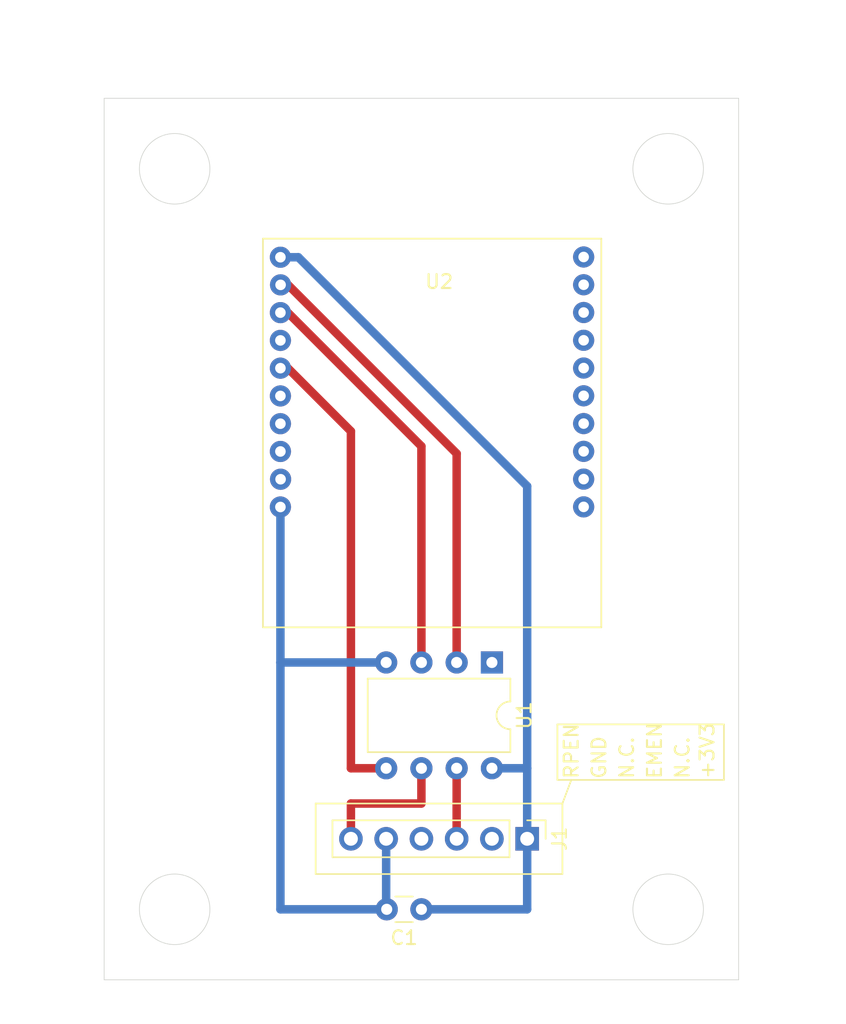
<source format=kicad_pcb>
(kicad_pcb (version 20171130) (host pcbnew "(5.1.10)-1")

  (general
    (thickness 1.6)
    (drawings 27)
    (tracks 23)
    (zones 0)
    (modules 4)
    (nets 15)
  )

  (page A4)
  (layers
    (0 F.Cu signal)
    (31 B.Cu signal)
    (32 B.Adhes user)
    (33 F.Adhes user)
    (34 B.Paste user)
    (35 F.Paste user)
    (36 B.SilkS user)
    (37 F.SilkS user)
    (38 B.Mask user)
    (39 F.Mask user)
    (40 Dwgs.User user)
    (41 Cmts.User user)
    (42 Eco1.User user)
    (43 Eco2.User user)
    (44 Edge.Cuts user)
    (45 Margin user)
    (46 B.CrtYd user)
    (47 F.CrtYd user)
    (48 B.Fab user)
    (49 F.Fab user)
  )

  (setup
    (last_trace_width 0.6096)
    (user_trace_width 0.6096)
    (trace_clearance 0.2)
    (zone_clearance 0.508)
    (zone_45_only no)
    (trace_min 0.2)
    (via_size 0.8)
    (via_drill 0.4)
    (via_min_size 0.4)
    (via_min_drill 0.3)
    (uvia_size 0.3)
    (uvia_drill 0.1)
    (uvias_allowed no)
    (uvia_min_size 0.2)
    (uvia_min_drill 0.1)
    (edge_width 0.05)
    (segment_width 0.2)
    (pcb_text_width 0.3)
    (pcb_text_size 1.5 1.5)
    (mod_edge_width 0.12)
    (mod_text_size 1 1)
    (mod_text_width 0.15)
    (pad_size 1.524 1.524)
    (pad_drill 0.762)
    (pad_to_mask_clearance 0)
    (aux_axis_origin 0 0)
    (visible_elements 7FFFFFFF)
    (pcbplotparams
      (layerselection 0x010fc_ffffffff)
      (usegerberextensions false)
      (usegerberattributes true)
      (usegerberadvancedattributes true)
      (creategerberjobfile true)
      (excludeedgelayer true)
      (linewidth 0.100000)
      (plotframeref false)
      (viasonmask false)
      (mode 1)
      (useauxorigin false)
      (hpglpennumber 1)
      (hpglpenspeed 20)
      (hpglpendiameter 15.000000)
      (psnegative false)
      (psa4output false)
      (plotreference true)
      (plotvalue true)
      (plotinvisibletext false)
      (padsonsilk false)
      (subtractmaskfromsilk false)
      (outputformat 1)
      (mirror false)
      (drillshape 1)
      (scaleselection 1)
      (outputdirectory ""))
  )

  (net 0 "")
  (net 1 GND)
  (net 2 /EM_ENABLE)
  (net 3 +3V3)
  (net 4 /TX)
  (net 5 /RX)
  (net 6 /RESET)
  (net 7 /RP_ENABLE)
  (net 8 "Net-(J1-Pad4)")
  (net 9 "Net-(J1-Pad2)")
  (net 10 "Net-(U1-Pad1)")
  (net 11 "Net-(U2-Pad9)")
  (net 12 "Net-(U2-Pad12)")
  (net 13 "Net-(U2-Pad13)")
  (net 14 "Net-(U2-Pad16)")

  (net_class Default "これはデフォルトのネット クラスです。"
    (clearance 0.2)
    (trace_width 0.25)
    (via_dia 0.8)
    (via_drill 0.4)
    (uvia_dia 0.3)
    (uvia_drill 0.1)
    (add_net +3V3)
    (add_net /EM_ENABLE)
    (add_net /RESET)
    (add_net /RP_ENABLE)
    (add_net /RX)
    (add_net /TX)
    (add_net GND)
    (add_net "Net-(J1-Pad2)")
    (add_net "Net-(J1-Pad4)")
    (add_net "Net-(U1-Pad1)")
    (add_net "Net-(U2-Pad12)")
    (add_net "Net-(U2-Pad13)")
    (add_net "Net-(U2-Pad16)")
    (add_net "Net-(U2-Pad9)")
  )

  (module em920_lib:TY92SS (layer F.Cu) (tedit 60FF40D4) (tstamp 6123FABD)
    (at 64.794502 127)
    (path /6123A86E)
    (fp_text reference U2 (at 12.688327 -24.888823) (layer F.SilkS)
      (effects (font (size 1 1) (thickness 0.15)))
    )
    (fp_text value TY92SS (at 12.688327 -26.658823) (layer F.Fab)
      (effects (font (size 1 1) (thickness 0.15)))
    )
    (fp_line (start -0.011673 -27.988823) (end 24.368327 -27.988823) (layer F.SilkS) (width 0.12))
    (fp_line (start -0.011673 0.011177) (end 24.368327 0.011177) (layer F.SilkS) (width 0.12))
    (fp_line (start 24.368327 0.011177) (end 24.368327 -27.988823) (layer F.SilkS) (width 0.12))
    (fp_line (start -0.011673 -27.988823) (end -0.011673 0.011177) (layer F.SilkS) (width 0.12))
    (fp_line (start 2.15 -0.4) (end 22.15 -0.4) (layer Dwgs.User) (width 0.12))
    (fp_line (start 22.15 -0.4) (end 22.15 -39.9) (layer Dwgs.User) (width 0.12))
    (fp_line (start 22.15 -39.9) (end 2.15 -39.9) (layer Dwgs.User) (width 0.12))
    (fp_line (start 2.15 -39.9) (end 2.15 -0.4) (layer Dwgs.User) (width 0.12))
    (fp_line (start 9 -4.9) (end 9 -1.6) (layer Dwgs.User) (width 0.12))
    (fp_line (start 9 -1.6) (end 15.3 -1.6) (layer Dwgs.User) (width 0.12))
    (fp_line (start 15.3 -1.6) (end 15.3 -4.9) (layer Dwgs.User) (width 0.12))
    (fp_line (start 15.3 -4.9) (end 9 -4.9) (layer Dwgs.User) (width 0.12))
    (fp_line (start 12.15 -1.75) (end 12.15 -4.75) (layer Dwgs.User) (width 0.12))
    (fp_line (start 9.15 -3.25) (end 15.15 -3.25) (layer Dwgs.User) (width 0.12))
    (pad 1 thru_hole circle (at 1.245498 -26.649212) (size 1.524 1.524) (drill 0.762) (layers *.Cu *.Mask)
      (net 3 +3V3))
    (pad 2 thru_hole circle (at 1.258327 -24.658823) (size 1.524 1.524) (drill 0.762) (layers *.Cu *.Mask)
      (net 5 /RX))
    (pad 3 thru_hole circle (at 1.245498 -22.658823) (size 1.524 1.524) (drill 0.762) (layers *.Cu *.Mask)
      (net 4 /TX))
    (pad 4 thru_hole circle (at 1.245498 -20.658823) (size 1.524 1.524) (drill 0.762) (layers *.Cu *.Mask))
    (pad 5 thru_hole circle (at 1.245498 -18.658823) (size 1.524 1.524) (drill 0.762) (layers *.Cu *.Mask)
      (net 6 /RESET))
    (pad 6 thru_hole circle (at 1.245498 -16.658823) (size 1.524 1.524) (drill 0.762) (layers *.Cu *.Mask))
    (pad 7 thru_hole circle (at 1.245498 -14.658823) (size 1.524 1.524) (drill 0.762) (layers *.Cu *.Mask))
    (pad 8 thru_hole circle (at 1.245498 -12.658823) (size 1.524 1.524) (drill 0.762) (layers *.Cu *.Mask))
    (pad 9 thru_hole circle (at 1.258327 -10.658823) (size 1.524 1.524) (drill 0.762) (layers *.Cu *.Mask)
      (net 11 "Net-(U2-Pad9)"))
    (pad 10 thru_hole circle (at 1.245498 -8.658823) (size 1.524 1.524) (drill 0.762) (layers *.Cu *.Mask)
      (net 1 GND))
    (pad 11 thru_hole circle (at 23.096293 -8.667154) (size 1.524 1.524) (drill 0.762) (layers *.Cu *.Mask))
    (pad 12 thru_hole circle (at 23.096293 -10.667154) (size 1.524 1.524) (drill 0.762) (layers *.Cu *.Mask)
      (net 12 "Net-(U2-Pad12)"))
    (pad 13 thru_hole circle (at 23.096293 -12.667154) (size 1.524 1.524) (drill 0.762) (layers *.Cu *.Mask)
      (net 13 "Net-(U2-Pad13)"))
    (pad 14 thru_hole circle (at 23.096293 -14.667154) (size 1.524 1.524) (drill 0.762) (layers *.Cu *.Mask))
    (pad 15 thru_hole circle (at 23.096293 -16.667154) (size 1.524 1.524) (drill 0.762) (layers *.Cu *.Mask))
    (pad 16 thru_hole circle (at 23.096293 -18.667154) (size 1.524 1.524) (drill 0.762) (layers *.Cu *.Mask)
      (net 14 "Net-(U2-Pad16)"))
    (pad 17 thru_hole circle (at 23.096293 -20.667154) (size 1.524 1.524) (drill 0.762) (layers *.Cu *.Mask))
    (pad 18 thru_hole circle (at 23.096293 -22.667154) (size 1.524 1.524) (drill 0.762) (layers *.Cu *.Mask))
    (pad 19 thru_hole circle (at 23.096293 -24.667154) (size 1.524 1.524) (drill 0.762) (layers *.Cu *.Mask))
    (pad 20 thru_hole circle (at 23.096293 -26.667154) (size 1.524 1.524) (drill 0.762) (layers *.Cu *.Mask))
  )

  (module Package_DIP:DIP-8_W7.62mm (layer F.Cu) (tedit 5A02E8C5) (tstamp 60FD21F6)
    (at 81.28 129.54 270)
    (descr "8-lead though-hole mounted DIP package, row spacing 7.62 mm (300 mils)")
    (tags "THT DIP DIL PDIP 2.54mm 7.62mm 300mil")
    (path /60FBF9F7)
    (fp_text reference U1 (at 3.81 -2.33 90) (layer F.SilkS)
      (effects (font (size 1 1) (thickness 0.15)))
    )
    (fp_text value ATtiny85-20PU (at 3.81 9.95 90) (layer F.Fab)
      (effects (font (size 1 1) (thickness 0.15)))
    )
    (fp_line (start 1.635 -1.27) (end 6.985 -1.27) (layer F.Fab) (width 0.1))
    (fp_line (start 6.985 -1.27) (end 6.985 8.89) (layer F.Fab) (width 0.1))
    (fp_line (start 6.985 8.89) (end 0.635 8.89) (layer F.Fab) (width 0.1))
    (fp_line (start 0.635 8.89) (end 0.635 -0.27) (layer F.Fab) (width 0.1))
    (fp_line (start 0.635 -0.27) (end 1.635 -1.27) (layer F.Fab) (width 0.1))
    (fp_line (start 2.81 -1.33) (end 1.16 -1.33) (layer F.SilkS) (width 0.12))
    (fp_line (start 1.16 -1.33) (end 1.16 8.95) (layer F.SilkS) (width 0.12))
    (fp_line (start 1.16 8.95) (end 6.46 8.95) (layer F.SilkS) (width 0.12))
    (fp_line (start 6.46 8.95) (end 6.46 -1.33) (layer F.SilkS) (width 0.12))
    (fp_line (start 6.46 -1.33) (end 4.81 -1.33) (layer F.SilkS) (width 0.12))
    (fp_line (start -1.1 -1.55) (end -1.1 9.15) (layer F.CrtYd) (width 0.05))
    (fp_line (start -1.1 9.15) (end 8.7 9.15) (layer F.CrtYd) (width 0.05))
    (fp_line (start 8.7 9.15) (end 8.7 -1.55) (layer F.CrtYd) (width 0.05))
    (fp_line (start 8.7 -1.55) (end -1.1 -1.55) (layer F.CrtYd) (width 0.05))
    (fp_arc (start 3.81 -1.33) (end 2.81 -1.33) (angle -180) (layer F.SilkS) (width 0.12))
    (fp_text user %R (at 3.81 3.81 90) (layer F.Fab)
      (effects (font (size 1 1) (thickness 0.15)))
    )
    (pad 1 thru_hole rect (at 0 0 270) (size 1.6 1.6) (drill 0.8) (layers *.Cu *.Mask)
      (net 10 "Net-(U1-Pad1)"))
    (pad 5 thru_hole oval (at 7.62 7.62 270) (size 1.6 1.6) (drill 0.8) (layers *.Cu *.Mask)
      (net 6 /RESET))
    (pad 2 thru_hole oval (at 0 2.54 270) (size 1.6 1.6) (drill 0.8) (layers *.Cu *.Mask)
      (net 5 /RX))
    (pad 6 thru_hole oval (at 7.62 5.08 270) (size 1.6 1.6) (drill 0.8) (layers *.Cu *.Mask)
      (net 7 /RP_ENABLE))
    (pad 3 thru_hole oval (at 0 5.08 270) (size 1.6 1.6) (drill 0.8) (layers *.Cu *.Mask)
      (net 4 /TX))
    (pad 7 thru_hole oval (at 7.62 2.54 270) (size 1.6 1.6) (drill 0.8) (layers *.Cu *.Mask)
      (net 2 /EM_ENABLE))
    (pad 4 thru_hole oval (at 0 7.62 270) (size 1.6 1.6) (drill 0.8) (layers *.Cu *.Mask)
      (net 1 GND))
    (pad 8 thru_hole oval (at 7.62 0 270) (size 1.6 1.6) (drill 0.8) (layers *.Cu *.Mask)
      (net 3 +3V3))
    (model ${KISYS3DMOD}/Package_DIP.3dshapes/DIP-8_W7.62mm.wrl
      (at (xyz 0 0 0))
      (scale (xyz 1 1 1))
      (rotate (xyz 0 0 0))
    )
  )

  (module Capacitor_THT:C_Disc_D3.0mm_W1.6mm_P2.50mm (layer F.Cu) (tedit 5AE50EF0) (tstamp 60FD4C77)
    (at 76.2 147.32 180)
    (descr "C, Disc series, Radial, pin pitch=2.50mm, , diameter*width=3.0*1.6mm^2, Capacitor, http://www.vishay.com/docs/45233/krseries.pdf")
    (tags "C Disc series Radial pin pitch 2.50mm  diameter 3.0mm width 1.6mm Capacitor")
    (path /60FF4567)
    (fp_text reference C1 (at 1.25 -2.05) (layer F.SilkS)
      (effects (font (size 1 1) (thickness 0.15)))
    )
    (fp_text value 0.1uF (at 1.25 2.05) (layer F.Fab)
      (effects (font (size 1 1) (thickness 0.15)))
    )
    (fp_line (start 3.55 -1.05) (end -1.05 -1.05) (layer F.CrtYd) (width 0.05))
    (fp_line (start 3.55 1.05) (end 3.55 -1.05) (layer F.CrtYd) (width 0.05))
    (fp_line (start -1.05 1.05) (end 3.55 1.05) (layer F.CrtYd) (width 0.05))
    (fp_line (start -1.05 -1.05) (end -1.05 1.05) (layer F.CrtYd) (width 0.05))
    (fp_line (start 0.621 0.92) (end 1.879 0.92) (layer F.SilkS) (width 0.12))
    (fp_line (start 0.621 -0.92) (end 1.879 -0.92) (layer F.SilkS) (width 0.12))
    (fp_line (start 2.75 -0.8) (end -0.25 -0.8) (layer F.Fab) (width 0.1))
    (fp_line (start 2.75 0.8) (end 2.75 -0.8) (layer F.Fab) (width 0.1))
    (fp_line (start -0.25 0.8) (end 2.75 0.8) (layer F.Fab) (width 0.1))
    (fp_line (start -0.25 -0.8) (end -0.25 0.8) (layer F.Fab) (width 0.1))
    (fp_text user %R (at 1.25 0) (layer F.Fab)
      (effects (font (size 0.6 0.6) (thickness 0.09)))
    )
    (pad 2 thru_hole circle (at 2.5 0 180) (size 1.6 1.6) (drill 0.8) (layers *.Cu *.Mask)
      (net 1 GND))
    (pad 1 thru_hole circle (at 0 0 180) (size 1.6 1.6) (drill 0.8) (layers *.Cu *.Mask)
      (net 3 +3V3))
    (model ${KISYS3DMOD}/Capacitor_THT.3dshapes/C_Disc_D3.0mm_W1.6mm_P2.50mm.wrl
      (at (xyz 0 0 0))
      (scale (xyz 1 1 1))
      (rotate (xyz 0 0 0))
    )
  )

  (module Connector_PinHeader_2.54mm:PinHeader_1x06_P2.54mm_Vertical (layer F.Cu) (tedit 59FED5CC) (tstamp 60FD21DA)
    (at 83.82 142.24 270)
    (descr "Through hole straight pin header, 1x06, 2.54mm pitch, single row")
    (tags "Through hole pin header THT 1x06 2.54mm single row")
    (path /60FC3A2C)
    (fp_text reference J1 (at 0 -2.33 90) (layer F.SilkS)
      (effects (font (size 1 1) (thickness 0.15)))
    )
    (fp_text value Conn_01x06 (at 0 15.03 90) (layer F.Fab)
      (effects (font (size 1 1) (thickness 0.15)))
    )
    (fp_line (start 1.8 -1.8) (end -1.8 -1.8) (layer F.CrtYd) (width 0.05))
    (fp_line (start 1.8 14.5) (end 1.8 -1.8) (layer F.CrtYd) (width 0.05))
    (fp_line (start -1.8 14.5) (end 1.8 14.5) (layer F.CrtYd) (width 0.05))
    (fp_line (start -1.8 -1.8) (end -1.8 14.5) (layer F.CrtYd) (width 0.05))
    (fp_line (start -1.33 -1.33) (end 0 -1.33) (layer F.SilkS) (width 0.12))
    (fp_line (start -1.33 0) (end -1.33 -1.33) (layer F.SilkS) (width 0.12))
    (fp_line (start -1.33 1.27) (end 1.33 1.27) (layer F.SilkS) (width 0.12))
    (fp_line (start 1.33 1.27) (end 1.33 14.03) (layer F.SilkS) (width 0.12))
    (fp_line (start -1.33 1.27) (end -1.33 14.03) (layer F.SilkS) (width 0.12))
    (fp_line (start -1.33 14.03) (end 1.33 14.03) (layer F.SilkS) (width 0.12))
    (fp_line (start -1.27 -0.635) (end -0.635 -1.27) (layer F.Fab) (width 0.1))
    (fp_line (start -1.27 13.97) (end -1.27 -0.635) (layer F.Fab) (width 0.1))
    (fp_line (start 1.27 13.97) (end -1.27 13.97) (layer F.Fab) (width 0.1))
    (fp_line (start 1.27 -1.27) (end 1.27 13.97) (layer F.Fab) (width 0.1))
    (fp_line (start -0.635 -1.27) (end 1.27 -1.27) (layer F.Fab) (width 0.1))
    (fp_text user %R (at 0 6.35) (layer F.Fab)
      (effects (font (size 1 1) (thickness 0.15)))
    )
    (pad 6 thru_hole oval (at 0 12.7 270) (size 1.7 1.7) (drill 1) (layers *.Cu *.Mask)
      (net 7 /RP_ENABLE))
    (pad 5 thru_hole oval (at 0 10.16 270) (size 1.7 1.7) (drill 1) (layers *.Cu *.Mask)
      (net 1 GND))
    (pad 4 thru_hole oval (at 0 7.62 270) (size 1.7 1.7) (drill 1) (layers *.Cu *.Mask)
      (net 8 "Net-(J1-Pad4)"))
    (pad 3 thru_hole oval (at 0 5.08 270) (size 1.7 1.7) (drill 1) (layers *.Cu *.Mask)
      (net 2 /EM_ENABLE))
    (pad 2 thru_hole oval (at 0 2.54 270) (size 1.7 1.7) (drill 1) (layers *.Cu *.Mask)
      (net 9 "Net-(J1-Pad2)"))
    (pad 1 thru_hole rect (at 0 0 270) (size 1.7 1.7) (drill 1) (layers *.Cu *.Mask)
      (net 3 +3V3))
    (model ${KISYS3DMOD}/Connector_PinHeader_2.54mm.3dshapes/PinHeader_1x06_P2.54mm_Vertical.wrl
      (at (xyz 0 0 0))
      (scale (xyz 1 1 1))
      (rotate (xyz 0 0 0))
    )
  )

  (gr_line (start 98 138) (end 86 138) (layer F.SilkS) (width 0.12) (tstamp 60FF4AD8))
  (gr_line (start 98 134) (end 98 138) (layer F.SilkS) (width 0.12))
  (gr_line (start 86 134) (end 98 134) (layer F.SilkS) (width 0.12))
  (gr_line (start 86 138) (end 86 134) (layer F.SilkS) (width 0.12))
  (gr_line (start 86.36 139.7) (end 87 138) (layer F.SilkS) (width 0.12))
  (gr_text N.C. (at 95 138 90) (layer F.SilkS) (tstamp 60FF4AA4)
    (effects (font (size 1 1) (thickness 0.15)) (justify left))
  )
  (gr_text N.C. (at 91 138 90) (layer F.SilkS)
    (effects (font (size 1 1) (thickness 0.15)) (justify left))
  )
  (gr_line (start 86.36 139.7) (end 68.58 139.7) (layer F.SilkS) (width 0.12) (tstamp 60FF4A6D))
  (gr_line (start 86.36 144.78) (end 86.36 139.7) (layer F.SilkS) (width 0.12))
  (gr_line (start 68.58 144.78) (end 86.36 144.78) (layer F.SilkS) (width 0.12))
  (gr_line (start 68.58 139.7) (end 68.58 144.78) (layer F.SilkS) (width 0.12))
  (dimension 5.08 (width 0.15) (layer Dwgs.User)
    (gr_text "5.080 mm" (at 49.5 149.86 90) (layer Dwgs.User)
      (effects (font (size 1 1) (thickness 0.15)))
    )
    (feature1 (pts (xy 53.34 147.32) (xy 50.213579 147.32)))
    (feature2 (pts (xy 53.34 152.4) (xy 50.213579 152.4)))
    (crossbar (pts (xy 50.8 152.4) (xy 50.8 147.32)))
    (arrow1a (pts (xy 50.8 147.32) (xy 51.386421 148.446504)))
    (arrow1b (pts (xy 50.8 147.32) (xy 50.213579 148.446504)))
    (arrow2a (pts (xy 50.8 152.4) (xy 51.386421 151.273496)))
    (arrow2b (pts (xy 50.8 152.4) (xy 50.213579 151.273496)))
  )
  (dimension 5.08 (width 0.15) (layer Dwgs.User)
    (gr_text "5.080 mm" (at 96.52 156.24) (layer Dwgs.User)
      (effects (font (size 1 1) (thickness 0.15)))
    )
    (feature1 (pts (xy 93.98 152.4) (xy 93.98 155.526421)))
    (feature2 (pts (xy 99.06 152.4) (xy 99.06 155.526421)))
    (crossbar (pts (xy 99.06 154.94) (xy 93.98 154.94)))
    (arrow1a (pts (xy 93.98 154.94) (xy 95.106504 154.353579)))
    (arrow1b (pts (xy 93.98 154.94) (xy 95.106504 155.526421)))
    (arrow2a (pts (xy 99.06 154.94) (xy 97.933496 154.353579)))
    (arrow2b (pts (xy 99.06 154.94) (xy 97.933496 155.526421)))
  )
  (dimension 63.5 (width 0.15) (layer Dwgs.User)
    (gr_text "63.500 mm" (at 105.44 120.65 270) (layer Dwgs.User)
      (effects (font (size 1 1) (thickness 0.15)))
    )
    (feature1 (pts (xy 99.06 152.4) (xy 104.726421 152.4)))
    (feature2 (pts (xy 99.06 88.9) (xy 104.726421 88.9)))
    (crossbar (pts (xy 104.14 88.9) (xy 104.14 152.4)))
    (arrow1a (pts (xy 104.14 152.4) (xy 103.553579 151.273496)))
    (arrow1b (pts (xy 104.14 152.4) (xy 104.726421 151.273496)))
    (arrow2a (pts (xy 104.14 88.9) (xy 103.553579 90.026504)))
    (arrow2b (pts (xy 104.14 88.9) (xy 104.726421 90.026504)))
  )
  (dimension 45.72 (width 0.15) (layer Dwgs.User)
    (gr_text "45.720 mm" (at 76.2 82.52) (layer Dwgs.User)
      (effects (font (size 1 1) (thickness 0.15)))
    )
    (feature1 (pts (xy 99.06 88.9) (xy 99.06 83.233579)))
    (feature2 (pts (xy 53.34 88.9) (xy 53.34 83.233579)))
    (crossbar (pts (xy 53.34 83.82) (xy 99.06 83.82)))
    (arrow1a (pts (xy 99.06 83.82) (xy 97.933496 84.406421)))
    (arrow1b (pts (xy 99.06 83.82) (xy 97.933496 83.233579)))
    (arrow2a (pts (xy 53.34 83.82) (xy 54.466504 84.406421)))
    (arrow2b (pts (xy 53.34 83.82) (xy 54.466504 83.233579)))
  )
  (gr_line (start 53.34 152.4) (end 53.34 88.9) (layer Edge.Cuts) (width 0.05) (tstamp 60FF182D))
  (gr_line (start 99.06 152.4) (end 53.34 152.4) (layer Edge.Cuts) (width 0.05))
  (gr_line (start 99.06 88.9) (end 99.06 152.4) (layer Edge.Cuts) (width 0.05))
  (gr_line (start 53.34 88.9) (end 99.06 88.9) (layer Edge.Cuts) (width 0.05))
  (gr_circle (center 93.98 147.32) (end 93.98 144.78) (layer Edge.Cuts) (width 0.05))
  (gr_circle (center 93.98 93.98) (end 93.98 96.52) (layer Edge.Cuts) (width 0.05))
  (gr_circle (center 58.42 93.98) (end 58.42 96.52) (layer Edge.Cuts) (width 0.05))
  (gr_circle (center 58.42 147.32) (end 60.96 147.32) (layer Edge.Cuts) (width 0.05))
  (gr_text RPEN (at 87 138 90) (layer F.SilkS)
    (effects (font (size 1 1) (thickness 0.15)) (justify left))
  )
  (gr_text GND (at 89 138 90) (layer F.SilkS)
    (effects (font (size 1 1) (thickness 0.15)) (justify left))
  )
  (gr_text EMEN (at 93 138 90) (layer F.SilkS)
    (effects (font (size 1 1) (thickness 0.15)) (justify left))
  )
  (gr_text +3V3 (at 96.79 138 90) (layer F.SilkS)
    (effects (font (size 1 1) (thickness 0.15)) (justify left))
  )

  (segment (start 66.04 147.32) (end 73.66 147.32) (width 0.6096) (layer B.Cu) (net 1))
  (segment (start 73.66 147.32) (end 73.66 142.24) (width 0.6096) (layer B.Cu) (net 1))
  (segment (start 73.66 129.54) (end 66.04 129.54) (width 0.6096) (layer B.Cu) (net 1))
  (segment (start 66.04 129.54) (end 66.04 147.32) (width 0.6096) (layer B.Cu) (net 1))
  (segment (start 66.04 118.341177) (end 66.04 129.54) (width 0.6096) (layer B.Cu) (net 1))
  (segment (start 78.74 137.16) (end 78.74 142.24) (width 0.6096) (layer F.Cu) (net 2))
  (segment (start 76.2 147.32) (end 83.82 147.32) (width 0.6096) (layer B.Cu) (net 3))
  (segment (start 83.82 147.32) (end 83.82 142.24) (width 0.6096) (layer B.Cu) (net 3))
  (segment (start 81.28 137.16) (end 83.82 137.16) (width 0.6096) (layer B.Cu) (net 3))
  (segment (start 83.82 142.24) (end 83.82 137.16) (width 0.6096) (layer B.Cu) (net 3))
  (segment (start 67.330788 100.350788) (end 66.577003 100.350788) (width 0.6096) (layer B.Cu) (net 3))
  (segment (start 83.82 116.84) (end 67.330788 100.350788) (width 0.6096) (layer B.Cu) (net 3))
  (segment (start 83.82 137.16) (end 83.82 116.84) (width 0.6096) (layer B.Cu) (net 3))
  (segment (start 66.577003 104.341177) (end 76.2 113.964174) (width 0.6096) (layer F.Cu) (net 4))
  (segment (start 76.2 113.964174) (end 76.2 129.54) (width 0.6096) (layer F.Cu) (net 4))
  (segment (start 78.74 114.491345) (end 78.74 129.54) (width 0.6096) (layer F.Cu) (net 5))
  (segment (start 66.589832 102.341177) (end 78.74 114.491345) (width 0.6096) (layer F.Cu) (net 5))
  (segment (start 66.577003 108.341177) (end 71.12 112.884174) (width 0.6096) (layer F.Cu) (net 6))
  (segment (start 71.12 112.884174) (end 71.12 137.16) (width 0.6096) (layer F.Cu) (net 6))
  (segment (start 71.12 137.16) (end 73.66 137.16) (width 0.6096) (layer F.Cu) (net 6))
  (segment (start 71.12 142.24) (end 71.12 139.7) (width 0.6096) (layer F.Cu) (net 7))
  (segment (start 71.12 139.7) (end 76.2 139.7) (width 0.6096) (layer F.Cu) (net 7))
  (segment (start 76.2 139.7) (end 76.2 137.16) (width 0.6096) (layer F.Cu) (net 7))

)

</source>
